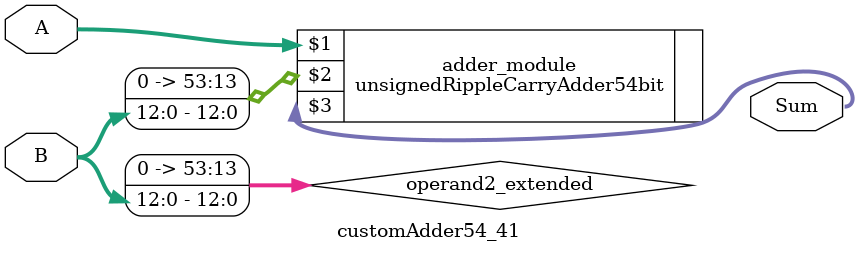
<source format=v>
module customAdder54_41(
                        input [53 : 0] A,
                        input [12 : 0] B,
                        
                        output [54 : 0] Sum
                );

        wire [53 : 0] operand2_extended;
        
        assign operand2_extended =  {41'b0, B};
        
        unsignedRippleCarryAdder54bit adder_module(
            A,
            operand2_extended,
            Sum
        );
        
        endmodule
        
</source>
